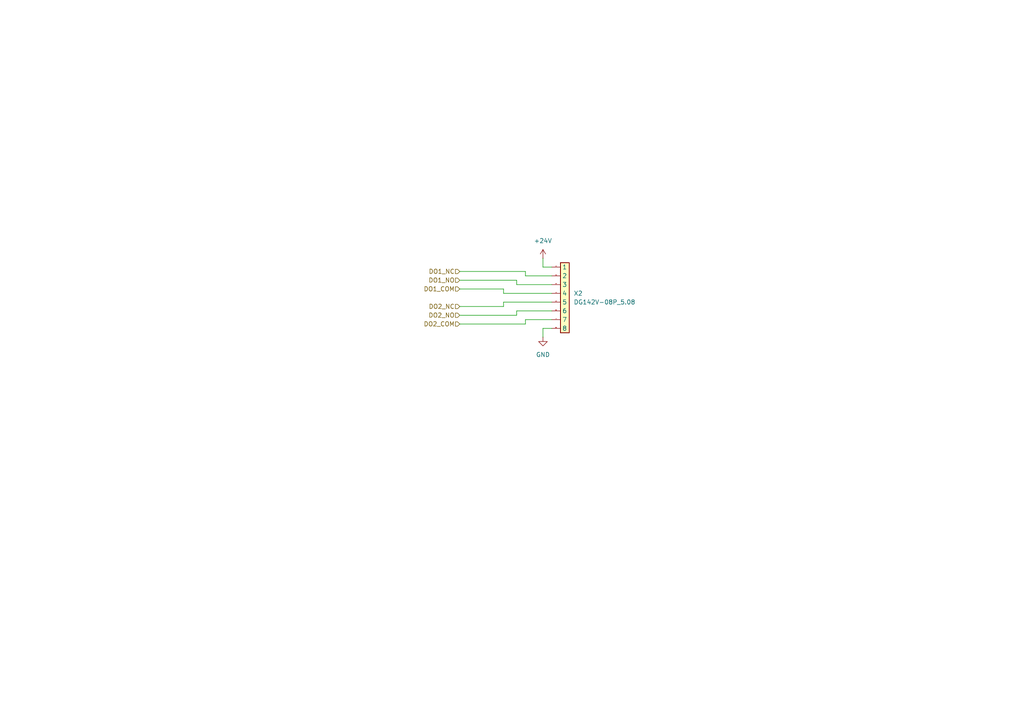
<source format=kicad_sch>
(kicad_sch (version 20231120) (generator "eeschema") (generator_version "8.0")
  (paper "A4")
  (title_block (title "Клеммник цифровых выходов"))
  (lib_symbols
    (symbol "main:DG142V-08P_5.08"
      (property "Reference" "X2" (at -1.27 -6.3499 0))
      (property "Value" "DG142V-08P_5.08" (at -1.27 -8.8899 0))
      (symbol "DG142V-08P_5.08_1_0"
        (rectangle (start 0 0) (end 2.54 -20.32) (stroke (width 0.254)) (fill (type background)))
        (pin passive line (at 5.08 -1.27 180) (length 2.54) (name "1") (number "1"))
        (pin passive line (at 5.08 -3.81 180) (length 2.54) (name "2") (number "2"))
        (pin passive line (at 5.08 -6.35 180) (length 2.54) (name "3") (number "3"))
        (pin passive line (at 5.08 -8.89 180) (length 2.54) (name "4") (number "4"))
        (pin passive line (at 5.08 -11.43 180) (length 2.54) (name "5") (number "5"))
        (pin passive line (at 5.08 -13.97 180) (length 2.54) (name "6") (number "6"))
        (pin passive line (at 5.08 -16.51 180) (length 2.54) (name "7") (number "7"))
        (pin passive line (at 5.08 -19.05 180) (length 2.54) (name "8") (number "8"))
      )
    )
    (symbol "power:+24V" (power) (pin_numbers hide) (pin_names (offset 0) hide)
      (property "Value" "+24V" (at 0 3.556 0))
      (symbol "+24V_0_1"
        (polyline (pts (xy -0.762 1.27) (xy 0 2.54)))
        (polyline (pts (xy 0 0) (xy 0 2.54)))
        (polyline (pts (xy 0 2.54) (xy 0.762 1.27)))
      )
      (symbol "+24V_1_1"
        (pin power_in line (at 0 0 90) (length 0) (name "~") (number "1"))
      )
    )
    (symbol "power:GND" (power) (pin_numbers hide) (pin_names (offset 0) hide)
      (property "Value" "GND" (at 0 -3.81 0))
      (symbol "GND_0_1"
        (polyline (pts (xy 0 0) (xy 0 -1.27) (xy 1.27 -1.27) (xy 0 -2.54) (xy -1.27 -1.27) (xy 0 -1.27)))
      )
      (symbol "GND_1_1"
        (pin power_in line (at 0 0 270) (length 0) (name "~") (number "1"))
      )
    )
  )
  (wire (pts (xy 133.35 81.28) (xy 149.86 81.28)))
  (wire (pts (xy 152.4 93.98) (xy 152.4 92.71)))
  (wire (pts (xy 133.35 91.44) (xy 149.86 91.44)))
  (wire (pts (xy 133.35 83.82) (xy 146.05 83.82)))
  (wire (pts (xy 157.48 77.47) (xy 157.48 74.93)))
  (wire (pts (xy 160.02 77.47) (xy 157.48 77.47)))
  (wire (pts (xy 149.86 91.44) (xy 149.86 90.17)))
  (wire (pts (xy 146.05 83.82) (xy 146.05 85.09)))
  (wire (pts (xy 157.48 95.25) (xy 157.48 97.79)))
  (wire (pts (xy 160.02 95.25) (xy 157.48 95.25)))
  (wire (pts (xy 149.86 82.55) (xy 160.02 82.55)))
  (wire (pts (xy 152.4 92.71) (xy 160.02 92.71)))
  (wire (pts (xy 152.4 78.74) (xy 152.4 80.01)))
  (wire (pts (xy 133.35 78.74) (xy 152.4 78.74)))
  (wire (pts (xy 149.86 90.17) (xy 160.02 90.17)))
  (wire (pts (xy 133.35 88.9) (xy 146.05 88.9)))
  (wire (pts (xy 133.35 93.98) (xy 152.4 93.98)))
  (wire (pts (xy 152.4 80.01) (xy 160.02 80.01)))
  (wire (pts (xy 146.05 87.63) (xy 160.02 87.63)))
  (wire (pts (xy 149.86 81.28) (xy 149.86 82.55)))
  (wire (pts (xy 146.05 88.9) (xy 146.05 87.63)))
  (wire (pts (xy 146.05 85.09) (xy 160.02 85.09)))
  (hierarchical_label "DO2_NC" (shape input) (at 133.35 88.9 180))
  (hierarchical_label "DO1_NC" (shape input) (at 133.35 78.74 180))
  (hierarchical_label "DO1_COM" (shape input) (at 133.35 83.82 180))
  (hierarchical_label "DO2_NO" (shape input) (at 133.35 91.44 180))
  (hierarchical_label "DO1_NO" (shape input) (at 133.35 81.28 180))
  (hierarchical_label "DO2_COM" (shape input) (at 133.35 93.98 180))
  (symbol (lib_id "power:GND") (at 157.48 97.79 0) (unit 1)
    (property "Reference" "#PWR0151" (effects (hide yes)))
    (property "Value" "GND" (at 157.48 102.87 0))
    (property "Description" "Power symbol creates a global label with name \"GND\" , ground" (effects (hide yes)))
  )
  (symbol (lib_id "power:+24V") (at 157.48 74.93 0) (unit 1)
    (property "Reference" "#PWR0150" (effects (hide yes)))
    (property "Value" "+24V" (at 157.48 69.85 0))
    (property "Description" "Power symbol creates a global label with name \"+24V\"" (effects (hide yes)))
  )
  (symbol (lib_id "main:DG142V-08P_5.08") (at 165.1 76.2 0) (mirror y) (unit 1)
    (property "Reference" "X2" (at 166.37 85.0899 0) (effects (justify right)))
    (property "Value" "DG142V-08P_5.08" (at 166.37 87.6299 0) (effects (justify right)))
    (property "Footprint" "main:DG142V-08P-5.08_V1.0" (effects (hide yes)))
    (property "Manufacturer Part" "DG142V-5.08-08P" (effects (hide yes)))
  )
)
</source>
